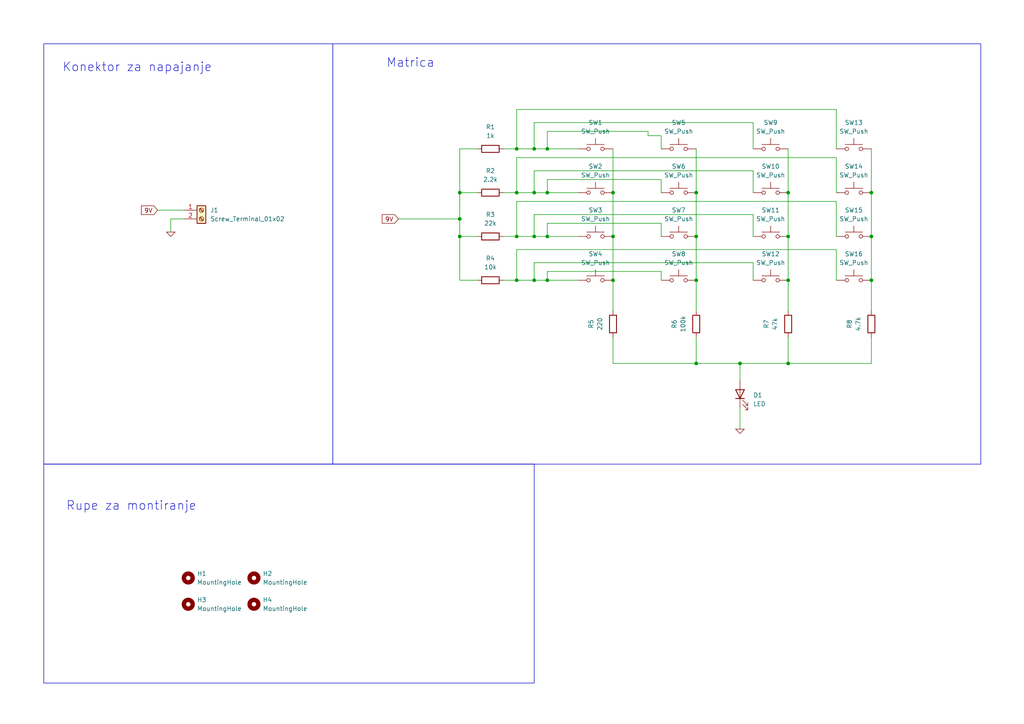
<source format=kicad_sch>
(kicad_sch
	(version 20231120)
	(generator "eeschema")
	(generator_version "8.0")
	(uuid "4bec5ddf-adbf-41fb-a069-c7630bb0044a")
	(paper "A4")
	(lib_symbols
		(symbol "Connector:Screw_Terminal_01x02"
			(pin_names
				(offset 1.016) hide)
			(exclude_from_sim no)
			(in_bom yes)
			(on_board yes)
			(property "Reference" "J"
				(at 0 2.54 0)
				(effects
					(font
						(size 1.27 1.27)
					)
				)
			)
			(property "Value" "Screw_Terminal_01x02"
				(at 0 -5.08 0)
				(effects
					(font
						(size 1.27 1.27)
					)
				)
			)
			(property "Footprint" ""
				(at 0 0 0)
				(effects
					(font
						(size 1.27 1.27)
					)
					(hide yes)
				)
			)
			(property "Datasheet" "~"
				(at 0 0 0)
				(effects
					(font
						(size 1.27 1.27)
					)
					(hide yes)
				)
			)
			(property "Description" "Generic screw terminal, single row, 01x02, script generated (kicad-library-utils/schlib/autogen/connector/)"
				(at 0 0 0)
				(effects
					(font
						(size 1.27 1.27)
					)
					(hide yes)
				)
			)
			(property "ki_keywords" "screw terminal"
				(at 0 0 0)
				(effects
					(font
						(size 1.27 1.27)
					)
					(hide yes)
				)
			)
			(property "ki_fp_filters" "TerminalBlock*:*"
				(at 0 0 0)
				(effects
					(font
						(size 1.27 1.27)
					)
					(hide yes)
				)
			)
			(symbol "Screw_Terminal_01x02_1_1"
				(rectangle
					(start -1.27 1.27)
					(end 1.27 -3.81)
					(stroke
						(width 0.254)
						(type default)
					)
					(fill
						(type background)
					)
				)
				(circle
					(center 0 -2.54)
					(radius 0.635)
					(stroke
						(width 0.1524)
						(type default)
					)
					(fill
						(type none)
					)
				)
				(polyline
					(pts
						(xy -0.5334 -2.2098) (xy 0.3302 -3.048)
					)
					(stroke
						(width 0.1524)
						(type default)
					)
					(fill
						(type none)
					)
				)
				(polyline
					(pts
						(xy -0.5334 0.3302) (xy 0.3302 -0.508)
					)
					(stroke
						(width 0.1524)
						(type default)
					)
					(fill
						(type none)
					)
				)
				(polyline
					(pts
						(xy -0.3556 -2.032) (xy 0.508 -2.8702)
					)
					(stroke
						(width 0.1524)
						(type default)
					)
					(fill
						(type none)
					)
				)
				(polyline
					(pts
						(xy -0.3556 0.508) (xy 0.508 -0.3302)
					)
					(stroke
						(width 0.1524)
						(type default)
					)
					(fill
						(type none)
					)
				)
				(circle
					(center 0 0)
					(radius 0.635)
					(stroke
						(width 0.1524)
						(type default)
					)
					(fill
						(type none)
					)
				)
				(pin passive line
					(at -5.08 0 0)
					(length 3.81)
					(name "Pin_1"
						(effects
							(font
								(size 1.27 1.27)
							)
						)
					)
					(number "1"
						(effects
							(font
								(size 1.27 1.27)
							)
						)
					)
				)
				(pin passive line
					(at -5.08 -2.54 0)
					(length 3.81)
					(name "Pin_2"
						(effects
							(font
								(size 1.27 1.27)
							)
						)
					)
					(number "2"
						(effects
							(font
								(size 1.27 1.27)
							)
						)
					)
				)
			)
		)
		(symbol "Device:LED"
			(pin_numbers hide)
			(pin_names
				(offset 1.016) hide)
			(exclude_from_sim no)
			(in_bom yes)
			(on_board yes)
			(property "Reference" "D"
				(at 0 2.54 0)
				(effects
					(font
						(size 1.27 1.27)
					)
				)
			)
			(property "Value" "LED"
				(at 0 -2.54 0)
				(effects
					(font
						(size 1.27 1.27)
					)
				)
			)
			(property "Footprint" ""
				(at 0 0 0)
				(effects
					(font
						(size 1.27 1.27)
					)
					(hide yes)
				)
			)
			(property "Datasheet" "~"
				(at 0 0 0)
				(effects
					(font
						(size 1.27 1.27)
					)
					(hide yes)
				)
			)
			(property "Description" "Light emitting diode"
				(at 0 0 0)
				(effects
					(font
						(size 1.27 1.27)
					)
					(hide yes)
				)
			)
			(property "ki_keywords" "LED diode"
				(at 0 0 0)
				(effects
					(font
						(size 1.27 1.27)
					)
					(hide yes)
				)
			)
			(property "ki_fp_filters" "LED* LED_SMD:* LED_THT:*"
				(at 0 0 0)
				(effects
					(font
						(size 1.27 1.27)
					)
					(hide yes)
				)
			)
			(symbol "LED_0_1"
				(polyline
					(pts
						(xy -1.27 -1.27) (xy -1.27 1.27)
					)
					(stroke
						(width 0.254)
						(type default)
					)
					(fill
						(type none)
					)
				)
				(polyline
					(pts
						(xy -1.27 0) (xy 1.27 0)
					)
					(stroke
						(width 0)
						(type default)
					)
					(fill
						(type none)
					)
				)
				(polyline
					(pts
						(xy 1.27 -1.27) (xy 1.27 1.27) (xy -1.27 0) (xy 1.27 -1.27)
					)
					(stroke
						(width 0.254)
						(type default)
					)
					(fill
						(type none)
					)
				)
				(polyline
					(pts
						(xy -3.048 -0.762) (xy -4.572 -2.286) (xy -3.81 -2.286) (xy -4.572 -2.286) (xy -4.572 -1.524)
					)
					(stroke
						(width 0)
						(type default)
					)
					(fill
						(type none)
					)
				)
				(polyline
					(pts
						(xy -1.778 -0.762) (xy -3.302 -2.286) (xy -2.54 -2.286) (xy -3.302 -2.286) (xy -3.302 -1.524)
					)
					(stroke
						(width 0)
						(type default)
					)
					(fill
						(type none)
					)
				)
			)
			(symbol "LED_1_1"
				(pin passive line
					(at -3.81 0 0)
					(length 2.54)
					(name "K"
						(effects
							(font
								(size 1.27 1.27)
							)
						)
					)
					(number "1"
						(effects
							(font
								(size 1.27 1.27)
							)
						)
					)
				)
				(pin passive line
					(at 3.81 0 180)
					(length 2.54)
					(name "A"
						(effects
							(font
								(size 1.27 1.27)
							)
						)
					)
					(number "2"
						(effects
							(font
								(size 1.27 1.27)
							)
						)
					)
				)
			)
		)
		(symbol "Device:R"
			(pin_numbers hide)
			(pin_names
				(offset 0)
			)
			(exclude_from_sim no)
			(in_bom yes)
			(on_board yes)
			(property "Reference" "R"
				(at 2.032 0 90)
				(effects
					(font
						(size 1.27 1.27)
					)
				)
			)
			(property "Value" "R"
				(at 0 0 90)
				(effects
					(font
						(size 1.27 1.27)
					)
				)
			)
			(property "Footprint" ""
				(at -1.778 0 90)
				(effects
					(font
						(size 1.27 1.27)
					)
					(hide yes)
				)
			)
			(property "Datasheet" "~"
				(at 0 0 0)
				(effects
					(font
						(size 1.27 1.27)
					)
					(hide yes)
				)
			)
			(property "Description" "Resistor"
				(at 0 0 0)
				(effects
					(font
						(size 1.27 1.27)
					)
					(hide yes)
				)
			)
			(property "ki_keywords" "R res resistor"
				(at 0 0 0)
				(effects
					(font
						(size 1.27 1.27)
					)
					(hide yes)
				)
			)
			(property "ki_fp_filters" "R_*"
				(at 0 0 0)
				(effects
					(font
						(size 1.27 1.27)
					)
					(hide yes)
				)
			)
			(symbol "R_0_1"
				(rectangle
					(start -1.016 -2.54)
					(end 1.016 2.54)
					(stroke
						(width 0.254)
						(type default)
					)
					(fill
						(type none)
					)
				)
			)
			(symbol "R_1_1"
				(pin passive line
					(at 0 3.81 270)
					(length 1.27)
					(name "~"
						(effects
							(font
								(size 1.27 1.27)
							)
						)
					)
					(number "1"
						(effects
							(font
								(size 1.27 1.27)
							)
						)
					)
				)
				(pin passive line
					(at 0 -3.81 90)
					(length 1.27)
					(name "~"
						(effects
							(font
								(size 1.27 1.27)
							)
						)
					)
					(number "2"
						(effects
							(font
								(size 1.27 1.27)
							)
						)
					)
				)
			)
		)
		(symbol "Mechanical:MountingHole"
			(pin_names
				(offset 1.016)
			)
			(exclude_from_sim no)
			(in_bom yes)
			(on_board yes)
			(property "Reference" "H"
				(at 0 5.08 0)
				(effects
					(font
						(size 1.27 1.27)
					)
				)
			)
			(property "Value" "MountingHole"
				(at 0 3.175 0)
				(effects
					(font
						(size 1.27 1.27)
					)
				)
			)
			(property "Footprint" ""
				(at 0 0 0)
				(effects
					(font
						(size 1.27 1.27)
					)
					(hide yes)
				)
			)
			(property "Datasheet" "~"
				(at 0 0 0)
				(effects
					(font
						(size 1.27 1.27)
					)
					(hide yes)
				)
			)
			(property "Description" "Mounting Hole without connection"
				(at 0 0 0)
				(effects
					(font
						(size 1.27 1.27)
					)
					(hide yes)
				)
			)
			(property "ki_keywords" "mounting hole"
				(at 0 0 0)
				(effects
					(font
						(size 1.27 1.27)
					)
					(hide yes)
				)
			)
			(property "ki_fp_filters" "MountingHole*"
				(at 0 0 0)
				(effects
					(font
						(size 1.27 1.27)
					)
					(hide yes)
				)
			)
			(symbol "MountingHole_0_1"
				(circle
					(center 0 0)
					(radius 1.27)
					(stroke
						(width 1.27)
						(type default)
					)
					(fill
						(type none)
					)
				)
			)
		)
		(symbol "Simulation_SPICE:0"
			(power)
			(pin_names
				(offset 0)
			)
			(exclude_from_sim no)
			(in_bom yes)
			(on_board yes)
			(property "Reference" "#GND"
				(at 0 -2.54 0)
				(effects
					(font
						(size 1.27 1.27)
					)
					(hide yes)
				)
			)
			(property "Value" "0"
				(at 0 -1.778 0)
				(effects
					(font
						(size 1.27 1.27)
					)
				)
			)
			(property "Footprint" ""
				(at 0 0 0)
				(effects
					(font
						(size 1.27 1.27)
					)
					(hide yes)
				)
			)
			(property "Datasheet" "~"
				(at 0 0 0)
				(effects
					(font
						(size 1.27 1.27)
					)
					(hide yes)
				)
			)
			(property "Description" "0V reference potential for simulation"
				(at 0 0 0)
				(effects
					(font
						(size 1.27 1.27)
					)
					(hide yes)
				)
			)
			(property "ki_keywords" "simulation"
				(at 0 0 0)
				(effects
					(font
						(size 1.27 1.27)
					)
					(hide yes)
				)
			)
			(symbol "0_0_1"
				(polyline
					(pts
						(xy -1.27 0) (xy 0 -1.27) (xy 1.27 0) (xy -1.27 0)
					)
					(stroke
						(width 0)
						(type default)
					)
					(fill
						(type none)
					)
				)
			)
			(symbol "0_1_1"
				(pin power_in line
					(at 0 0 0)
					(length 0) hide
					(name "0"
						(effects
							(font
								(size 1.016 1.016)
							)
						)
					)
					(number "1"
						(effects
							(font
								(size 1.016 1.016)
							)
						)
					)
				)
			)
		)
		(symbol "Switch:SW_Push"
			(pin_numbers hide)
			(pin_names
				(offset 1.016) hide)
			(exclude_from_sim no)
			(in_bom yes)
			(on_board yes)
			(property "Reference" "SW"
				(at 1.27 2.54 0)
				(effects
					(font
						(size 1.27 1.27)
					)
					(justify left)
				)
			)
			(property "Value" "SW_Push"
				(at 0 -1.524 0)
				(effects
					(font
						(size 1.27 1.27)
					)
				)
			)
			(property "Footprint" ""
				(at 0 5.08 0)
				(effects
					(font
						(size 1.27 1.27)
					)
					(hide yes)
				)
			)
			(property "Datasheet" "~"
				(at 0 5.08 0)
				(effects
					(font
						(size 1.27 1.27)
					)
					(hide yes)
				)
			)
			(property "Description" "Push button switch, generic, two pins"
				(at 0 0 0)
				(effects
					(font
						(size 1.27 1.27)
					)
					(hide yes)
				)
			)
			(property "ki_keywords" "switch normally-open pushbutton push-button"
				(at 0 0 0)
				(effects
					(font
						(size 1.27 1.27)
					)
					(hide yes)
				)
			)
			(symbol "SW_Push_0_1"
				(circle
					(center -2.032 0)
					(radius 0.508)
					(stroke
						(width 0)
						(type default)
					)
					(fill
						(type none)
					)
				)
				(polyline
					(pts
						(xy 0 1.27) (xy 0 3.048)
					)
					(stroke
						(width 0)
						(type default)
					)
					(fill
						(type none)
					)
				)
				(polyline
					(pts
						(xy 2.54 1.27) (xy -2.54 1.27)
					)
					(stroke
						(width 0)
						(type default)
					)
					(fill
						(type none)
					)
				)
				(circle
					(center 2.032 0)
					(radius 0.508)
					(stroke
						(width 0)
						(type default)
					)
					(fill
						(type none)
					)
				)
				(pin passive line
					(at -5.08 0 0)
					(length 2.54)
					(name "1"
						(effects
							(font
								(size 1.27 1.27)
							)
						)
					)
					(number "1"
						(effects
							(font
								(size 1.27 1.27)
							)
						)
					)
				)
				(pin passive line
					(at 5.08 0 180)
					(length 2.54)
					(name "2"
						(effects
							(font
								(size 1.27 1.27)
							)
						)
					)
					(number "2"
						(effects
							(font
								(size 1.27 1.27)
							)
						)
					)
				)
			)
		)
	)
	(junction
		(at 228.6 81.28)
		(diameter 0)
		(color 0 0 0 0)
		(uuid "043fc92a-6bf8-40ff-b3e0-72aa405cc5a4")
	)
	(junction
		(at 149.86 43.18)
		(diameter 0)
		(color 0 0 0 0)
		(uuid "0e0cf689-5928-417a-859e-03609f32c042")
	)
	(junction
		(at 201.93 105.41)
		(diameter 0)
		(color 0 0 0 0)
		(uuid "0f953e5e-fead-4acb-9b0d-d7b578351463")
	)
	(junction
		(at 158.75 68.58)
		(diameter 0)
		(color 0 0 0 0)
		(uuid "241e5c58-b849-415d-945c-c29d21e08aba")
	)
	(junction
		(at 158.75 43.18)
		(diameter 0)
		(color 0 0 0 0)
		(uuid "24733192-d4da-4796-9b91-d061fe6f2958")
	)
	(junction
		(at 252.73 55.88)
		(diameter 0)
		(color 0 0 0 0)
		(uuid "2822df5c-d1e3-4a4d-9bbd-06224cca0f4b")
	)
	(junction
		(at 201.93 81.28)
		(diameter 0)
		(color 0 0 0 0)
		(uuid "2d7d7dca-a7ff-40b7-8f61-813fd6978d69")
	)
	(junction
		(at 149.86 68.58)
		(diameter 0)
		(color 0 0 0 0)
		(uuid "3814fc1e-3d6e-4aa5-bfba-b3b7fd892027")
	)
	(junction
		(at 201.93 55.88)
		(diameter 0)
		(color 0 0 0 0)
		(uuid "449b4d2c-fdc9-4122-b8b2-e913d64a6e43")
	)
	(junction
		(at 133.35 68.58)
		(diameter 0)
		(color 0 0 0 0)
		(uuid "4532f8cf-f46e-4fb4-a6b8-c883d6eb448e")
	)
	(junction
		(at 133.35 55.88)
		(diameter 0)
		(color 0 0 0 0)
		(uuid "479fbc8c-4a90-444b-91b7-6c8f4e92bfc0")
	)
	(junction
		(at 154.94 68.58)
		(diameter 0)
		(color 0 0 0 0)
		(uuid "4d7bf8bd-3976-4913-9195-7e03bf64f5df")
	)
	(junction
		(at 154.94 43.18)
		(diameter 0)
		(color 0 0 0 0)
		(uuid "4efb40d8-2e77-4260-8ced-b293c0b7630e")
	)
	(junction
		(at 149.86 81.28)
		(diameter 0)
		(color 0 0 0 0)
		(uuid "57c26088-4050-4cea-bdaa-a1078f4d8332")
	)
	(junction
		(at 158.75 55.88)
		(diameter 0)
		(color 0 0 0 0)
		(uuid "5d3bd45b-268b-4244-bf69-ec8e505961f4")
	)
	(junction
		(at 228.6 105.41)
		(diameter 0)
		(color 0 0 0 0)
		(uuid "68c9fc66-d4d8-489b-9396-4a334c140a1f")
	)
	(junction
		(at 252.73 81.28)
		(diameter 0)
		(color 0 0 0 0)
		(uuid "6bcc633f-71c2-488b-8a78-d975ffe48969")
	)
	(junction
		(at 252.73 68.58)
		(diameter 0)
		(color 0 0 0 0)
		(uuid "6e8af67e-1735-41da-a802-cd656bc488c3")
	)
	(junction
		(at 214.63 105.41)
		(diameter 0)
		(color 0 0 0 0)
		(uuid "861d894b-8ef6-4f6e-b189-dfb2fa35c037")
	)
	(junction
		(at 154.94 55.88)
		(diameter 0)
		(color 0 0 0 0)
		(uuid "925df770-ffd5-44db-92a3-7d6fb56c8a94")
	)
	(junction
		(at 133.35 63.5)
		(diameter 0)
		(color 0 0 0 0)
		(uuid "a9fb7507-7169-49c0-9c0e-36e8a2045a23")
	)
	(junction
		(at 177.8 68.58)
		(diameter 0)
		(color 0 0 0 0)
		(uuid "b051b83f-3aa0-4ca0-9fe1-49a09ed46e66")
	)
	(junction
		(at 228.6 55.88)
		(diameter 0)
		(color 0 0 0 0)
		(uuid "b21c9e02-ab4a-4e30-9f8e-c1b93847f967")
	)
	(junction
		(at 149.86 55.88)
		(diameter 0)
		(color 0 0 0 0)
		(uuid "b651389d-6849-4c5b-bbe7-4bc83bb14702")
	)
	(junction
		(at 158.75 81.28)
		(diameter 0)
		(color 0 0 0 0)
		(uuid "b807673c-df76-484f-ba72-ed39759a9d0a")
	)
	(junction
		(at 177.8 81.28)
		(diameter 0)
		(color 0 0 0 0)
		(uuid "c734006b-2e7d-4207-af7c-91f591fe6769")
	)
	(junction
		(at 228.6 68.58)
		(diameter 0)
		(color 0 0 0 0)
		(uuid "e1f08206-0b2e-4dd8-a034-dc30e686a0f0")
	)
	(junction
		(at 201.93 68.58)
		(diameter 0)
		(color 0 0 0 0)
		(uuid "eac65544-f9a0-4cb7-8feb-aa7dedce5f7d")
	)
	(junction
		(at 154.94 81.28)
		(diameter 0)
		(color 0 0 0 0)
		(uuid "f965b645-7611-482d-9ffb-768982a9d4ae")
	)
	(junction
		(at 177.8 55.88)
		(diameter 0)
		(color 0 0 0 0)
		(uuid "fdbe112e-c26c-4919-845c-8fc1da571a6c")
	)
	(wire
		(pts
			(xy 201.93 43.18) (xy 201.93 55.88)
		)
		(stroke
			(width 0)
			(type default)
		)
		(uuid "017865d4-60c1-453c-af19-f981b62aebfe")
	)
	(wire
		(pts
			(xy 53.34 60.96) (xy 45.72 60.96)
		)
		(stroke
			(width 0)
			(type default)
		)
		(uuid "06e77d78-b596-4196-b8ba-74698069e051")
	)
	(wire
		(pts
			(xy 177.8 105.41) (xy 201.93 105.41)
		)
		(stroke
			(width 0)
			(type default)
		)
		(uuid "08bbb7d0-88f3-4136-b807-777c38162804")
	)
	(wire
		(pts
			(xy 252.73 43.18) (xy 252.73 55.88)
		)
		(stroke
			(width 0)
			(type default)
		)
		(uuid "15acb5dd-3fc6-4995-898a-5653e9a72125")
	)
	(wire
		(pts
			(xy 158.75 38.1) (xy 187.96 38.1)
		)
		(stroke
			(width 0)
			(type default)
		)
		(uuid "19fcb8f0-3f35-46e3-b7a3-764350639f12")
	)
	(wire
		(pts
			(xy 49.53 63.5) (xy 53.34 63.5)
		)
		(stroke
			(width 0)
			(type default)
		)
		(uuid "1b35e3a8-6c0c-4d62-9e5c-042b673f8769")
	)
	(wire
		(pts
			(xy 133.35 63.5) (xy 133.35 68.58)
		)
		(stroke
			(width 0)
			(type default)
		)
		(uuid "1b8a83ff-b72f-4144-8476-ff8857daf4b0")
	)
	(wire
		(pts
			(xy 154.94 35.56) (xy 154.94 43.18)
		)
		(stroke
			(width 0)
			(type default)
		)
		(uuid "1bb43ec5-4664-4b47-a39f-acf3c5d43231")
	)
	(wire
		(pts
			(xy 149.86 72.39) (xy 242.57 72.39)
		)
		(stroke
			(width 0)
			(type default)
		)
		(uuid "1c7db38c-08c3-4800-8a31-40f6a536f4fe")
	)
	(wire
		(pts
			(xy 218.44 68.58) (xy 218.44 62.23)
		)
		(stroke
			(width 0)
			(type default)
		)
		(uuid "1d98c554-a4f0-4efa-ab41-58bc752c60bc")
	)
	(wire
		(pts
			(xy 49.53 63.5) (xy 49.53 67.31)
		)
		(stroke
			(width 0)
			(type default)
		)
		(uuid "1de32d8c-ce72-4bdc-940a-1c9c1186653b")
	)
	(wire
		(pts
			(xy 242.57 43.18) (xy 242.57 31.75)
		)
		(stroke
			(width 0)
			(type default)
		)
		(uuid "1e5d8e24-026c-41fd-8944-58e4ac9abe3b")
	)
	(wire
		(pts
			(xy 154.94 68.58) (xy 158.75 68.58)
		)
		(stroke
			(width 0)
			(type default)
		)
		(uuid "1fbf273f-f848-40d9-88f0-00de52445f26")
	)
	(wire
		(pts
			(xy 154.94 49.53) (xy 218.44 49.53)
		)
		(stroke
			(width 0)
			(type default)
		)
		(uuid "222d5159-2d18-4b98-8df3-1938c0e390aa")
	)
	(wire
		(pts
			(xy 228.6 105.41) (xy 252.73 105.41)
		)
		(stroke
			(width 0)
			(type default)
		)
		(uuid "23ca7f43-9c21-4274-a6d3-3e0d88be1df9")
	)
	(wire
		(pts
			(xy 154.94 55.88) (xy 158.75 55.88)
		)
		(stroke
			(width 0)
			(type default)
		)
		(uuid "24acd9c8-8a9e-4e13-a06b-b09c68806b16")
	)
	(wire
		(pts
			(xy 177.8 81.28) (xy 177.8 90.17)
		)
		(stroke
			(width 0)
			(type default)
		)
		(uuid "2663629a-dd5b-44a0-b811-ad30dcedf769")
	)
	(wire
		(pts
			(xy 133.35 81.28) (xy 138.43 81.28)
		)
		(stroke
			(width 0)
			(type default)
		)
		(uuid "310b4351-4232-4f89-ba0c-e9399b49fcf5")
	)
	(wire
		(pts
			(xy 218.44 62.23) (xy 154.94 62.23)
		)
		(stroke
			(width 0)
			(type default)
		)
		(uuid "33baea36-eaaf-4c4b-9e07-f5b02112f5d4")
	)
	(wire
		(pts
			(xy 187.96 39.37) (xy 191.77 39.37)
		)
		(stroke
			(width 0)
			(type default)
		)
		(uuid "373723c2-e43a-4dd5-a9ab-a08e07900317")
	)
	(wire
		(pts
			(xy 201.93 81.28) (xy 201.93 90.17)
		)
		(stroke
			(width 0)
			(type default)
		)
		(uuid "3cfe3b0b-b456-4b61-8fa3-8c33f9b24bb5")
	)
	(wire
		(pts
			(xy 154.94 43.18) (xy 158.75 43.18)
		)
		(stroke
			(width 0)
			(type default)
		)
		(uuid "3e7b0665-ea1a-4816-acb7-c8ac9d3b5250")
	)
	(wire
		(pts
			(xy 149.86 55.88) (xy 149.86 45.72)
		)
		(stroke
			(width 0)
			(type default)
		)
		(uuid "40a833b9-665b-4f74-84e2-cbba98cfdfe5")
	)
	(wire
		(pts
			(xy 201.93 68.58) (xy 201.93 81.28)
		)
		(stroke
			(width 0)
			(type default)
		)
		(uuid "44c0fedd-d19f-4054-9003-f3903f2020c6")
	)
	(wire
		(pts
			(xy 158.75 81.28) (xy 158.75 78.74)
		)
		(stroke
			(width 0)
			(type default)
		)
		(uuid "44e0a14b-64e6-4d3d-be93-cdf4f954c1dd")
	)
	(wire
		(pts
			(xy 242.57 31.75) (xy 149.86 31.75)
		)
		(stroke
			(width 0)
			(type default)
		)
		(uuid "48002097-ba12-451b-a077-3cd4198cb495")
	)
	(wire
		(pts
			(xy 149.86 81.28) (xy 154.94 81.28)
		)
		(stroke
			(width 0)
			(type default)
		)
		(uuid "4815ce7c-8572-4c55-9905-13075cd7c1b5")
	)
	(wire
		(pts
			(xy 149.86 31.75) (xy 149.86 43.18)
		)
		(stroke
			(width 0)
			(type default)
		)
		(uuid "49283cff-51cb-40bf-bf3b-416e4c1b78ee")
	)
	(wire
		(pts
			(xy 133.35 43.18) (xy 133.35 55.88)
		)
		(stroke
			(width 0)
			(type default)
		)
		(uuid "4d7a951a-d2ff-4262-86b6-b6491edaabcb")
	)
	(wire
		(pts
			(xy 177.8 55.88) (xy 177.8 68.58)
		)
		(stroke
			(width 0)
			(type default)
		)
		(uuid "4fe88bbf-c29e-4338-ad68-50f17769d0bc")
	)
	(wire
		(pts
			(xy 252.73 68.58) (xy 252.73 81.28)
		)
		(stroke
			(width 0)
			(type default)
		)
		(uuid "54b32dc3-a2bf-4649-bf6f-75ba1f67c761")
	)
	(wire
		(pts
			(xy 228.6 81.28) (xy 228.6 90.17)
		)
		(stroke
			(width 0)
			(type default)
		)
		(uuid "573490af-618f-47e4-9696-e4f2b1c00323")
	)
	(wire
		(pts
			(xy 201.93 97.79) (xy 201.93 105.41)
		)
		(stroke
			(width 0)
			(type default)
		)
		(uuid "592ef19c-67f3-41c5-b0b6-c81ba7037028")
	)
	(wire
		(pts
			(xy 252.73 105.41) (xy 252.73 97.79)
		)
		(stroke
			(width 0)
			(type default)
		)
		(uuid "5a3a723b-7600-4a23-8b79-e6a7063aa36e")
	)
	(wire
		(pts
			(xy 191.77 64.77) (xy 158.75 64.77)
		)
		(stroke
			(width 0)
			(type default)
		)
		(uuid "5c0d224b-d157-418e-bf05-9ac60af8a496")
	)
	(wire
		(pts
			(xy 218.44 35.56) (xy 154.94 35.56)
		)
		(stroke
			(width 0)
			(type default)
		)
		(uuid "5d8a24c8-f2ea-4e5f-b7c4-04068196ea9b")
	)
	(wire
		(pts
			(xy 146.05 68.58) (xy 149.86 68.58)
		)
		(stroke
			(width 0)
			(type default)
		)
		(uuid "5e19f360-f24b-4472-a1d7-dc8543a9f4a6")
	)
	(wire
		(pts
			(xy 146.05 81.28) (xy 149.86 81.28)
		)
		(stroke
			(width 0)
			(type default)
		)
		(uuid "650cde6a-1cc9-48a5-9621-f0bcea178276")
	)
	(wire
		(pts
			(xy 242.57 45.72) (xy 242.57 55.88)
		)
		(stroke
			(width 0)
			(type default)
		)
		(uuid "668a3917-ecfb-48d0-9e17-6a3b14c2e3c0")
	)
	(wire
		(pts
			(xy 149.86 58.42) (xy 149.86 68.58)
		)
		(stroke
			(width 0)
			(type default)
		)
		(uuid "6ec02d5b-1b1f-4667-8509-2c2cdd50e1fa")
	)
	(wire
		(pts
			(xy 158.75 43.18) (xy 167.64 43.18)
		)
		(stroke
			(width 0)
			(type default)
		)
		(uuid "6ed98a6d-e3fa-4f1d-8634-f6b45883819b")
	)
	(wire
		(pts
			(xy 149.86 55.88) (xy 154.94 55.88)
		)
		(stroke
			(width 0)
			(type default)
		)
		(uuid "771a8298-f04b-465d-865c-97166d7b537e")
	)
	(wire
		(pts
			(xy 133.35 55.88) (xy 138.43 55.88)
		)
		(stroke
			(width 0)
			(type default)
		)
		(uuid "787b7dd0-c825-4693-8d51-4b4b12f3e00a")
	)
	(wire
		(pts
			(xy 133.35 68.58) (xy 133.35 81.28)
		)
		(stroke
			(width 0)
			(type default)
		)
		(uuid "7a52e73c-9940-4238-ac67-705b7e1469a7")
	)
	(wire
		(pts
			(xy 177.8 68.58) (xy 177.8 81.28)
		)
		(stroke
			(width 0)
			(type default)
		)
		(uuid "7e881fd7-aa10-4d92-9794-997c08c2cd0e")
	)
	(wire
		(pts
			(xy 218.44 43.18) (xy 218.44 35.56)
		)
		(stroke
			(width 0)
			(type default)
		)
		(uuid "878782d4-fb2f-4e1b-a4e7-32fc7e189af3")
	)
	(wire
		(pts
			(xy 158.75 55.88) (xy 158.75 52.07)
		)
		(stroke
			(width 0)
			(type default)
		)
		(uuid "87ac7d7a-8fb9-4ff9-aec2-801aa8f5eb5a")
	)
	(wire
		(pts
			(xy 252.73 81.28) (xy 252.73 90.17)
		)
		(stroke
			(width 0)
			(type default)
		)
		(uuid "8acb8e02-c8a6-4dd3-887c-3e81ebd5cacc")
	)
	(wire
		(pts
			(xy 214.63 105.41) (xy 228.6 105.41)
		)
		(stroke
			(width 0)
			(type default)
		)
		(uuid "8f87cd49-05bf-4204-a38f-eb7465c29023")
	)
	(wire
		(pts
			(xy 149.86 68.58) (xy 154.94 68.58)
		)
		(stroke
			(width 0)
			(type default)
		)
		(uuid "915cddec-e095-4a6c-9142-1170fea612f6")
	)
	(wire
		(pts
			(xy 149.86 45.72) (xy 242.57 45.72)
		)
		(stroke
			(width 0)
			(type default)
		)
		(uuid "962140c1-2c28-4dac-95f8-e59942e09081")
	)
	(wire
		(pts
			(xy 158.75 55.88) (xy 167.64 55.88)
		)
		(stroke
			(width 0)
			(type default)
		)
		(uuid "97e5a7ab-d754-4cf0-b937-a20f74452f24")
	)
	(wire
		(pts
			(xy 201.93 55.88) (xy 201.93 68.58)
		)
		(stroke
			(width 0)
			(type default)
		)
		(uuid "997516a4-db1c-43a0-a01c-e7ee97ce783f")
	)
	(wire
		(pts
			(xy 191.77 68.58) (xy 191.77 64.77)
		)
		(stroke
			(width 0)
			(type default)
		)
		(uuid "9acd5775-ef2c-4069-9016-b8126c659280")
	)
	(wire
		(pts
			(xy 218.44 49.53) (xy 218.44 55.88)
		)
		(stroke
			(width 0)
			(type default)
		)
		(uuid "a04cacb6-6b94-4279-8773-b20e0dacf2fc")
	)
	(wire
		(pts
			(xy 154.94 55.88) (xy 154.94 49.53)
		)
		(stroke
			(width 0)
			(type default)
		)
		(uuid "a4df379c-69ef-4064-ac62-dc1322fe601f")
	)
	(wire
		(pts
			(xy 146.05 55.88) (xy 149.86 55.88)
		)
		(stroke
			(width 0)
			(type default)
		)
		(uuid "a7452100-3ab1-48b9-9cbf-2f7877be14cc")
	)
	(wire
		(pts
			(xy 191.77 39.37) (xy 191.77 43.18)
		)
		(stroke
			(width 0)
			(type default)
		)
		(uuid "ab0c349b-e344-4fe0-b75c-3918fdf90851")
	)
	(wire
		(pts
			(xy 191.77 78.74) (xy 191.77 81.28)
		)
		(stroke
			(width 0)
			(type default)
		)
		(uuid "ab69cb9e-06aa-4c4c-88bc-8e2e5cb0a975")
	)
	(wire
		(pts
			(xy 187.96 38.1) (xy 187.96 39.37)
		)
		(stroke
			(width 0)
			(type default)
		)
		(uuid "aecc66e4-524f-4380-8a34-eae2f2f2b9b3")
	)
	(wire
		(pts
			(xy 158.75 43.18) (xy 158.75 38.1)
		)
		(stroke
			(width 0)
			(type default)
		)
		(uuid "b3fd5455-4e3a-4e63-8206-437302b44497")
	)
	(wire
		(pts
			(xy 138.43 43.18) (xy 133.35 43.18)
		)
		(stroke
			(width 0)
			(type default)
		)
		(uuid "b546a4eb-b74b-4448-8b6e-6e3e8baf3a27")
	)
	(wire
		(pts
			(xy 149.86 43.18) (xy 154.94 43.18)
		)
		(stroke
			(width 0)
			(type default)
		)
		(uuid "b70dce46-497e-4cd3-8568-ae4fd541d495")
	)
	(wire
		(pts
			(xy 228.6 97.79) (xy 228.6 105.41)
		)
		(stroke
			(width 0)
			(type default)
		)
		(uuid "b8c9c557-abf9-4204-935f-9dd10c721922")
	)
	(wire
		(pts
			(xy 133.35 55.88) (xy 133.35 63.5)
		)
		(stroke
			(width 0)
			(type default)
		)
		(uuid "b9d33699-8134-4479-860a-e9d1a49cc546")
	)
	(wire
		(pts
			(xy 242.57 68.58) (xy 242.57 58.42)
		)
		(stroke
			(width 0)
			(type default)
		)
		(uuid "c255aee3-3325-4808-ab2b-9b25c0c47e10")
	)
	(wire
		(pts
			(xy 154.94 81.28) (xy 158.75 81.28)
		)
		(stroke
			(width 0)
			(type default)
		)
		(uuid "c2ab97fb-9b3c-4b08-83ae-e421dee05885")
	)
	(wire
		(pts
			(xy 158.75 64.77) (xy 158.75 68.58)
		)
		(stroke
			(width 0)
			(type default)
		)
		(uuid "c33a19f5-eef8-4829-9d79-7b562f6383d9")
	)
	(wire
		(pts
			(xy 242.57 58.42) (xy 149.86 58.42)
		)
		(stroke
			(width 0)
			(type default)
		)
		(uuid "c847a500-fec2-4ff5-bbdf-801e46bfe66a")
	)
	(wire
		(pts
			(xy 228.6 68.58) (xy 228.6 81.28)
		)
		(stroke
			(width 0)
			(type default)
		)
		(uuid "c9af0e63-7289-4eee-a037-246e761c697c")
	)
	(wire
		(pts
			(xy 154.94 62.23) (xy 154.94 68.58)
		)
		(stroke
			(width 0)
			(type default)
		)
		(uuid "cc34b07b-bf57-4670-a0d2-f7203a17a036")
	)
	(wire
		(pts
			(xy 242.57 72.39) (xy 242.57 81.28)
		)
		(stroke
			(width 0)
			(type default)
		)
		(uuid "cf646ec3-c745-4092-a9c4-db48b636a4f3")
	)
	(wire
		(pts
			(xy 158.75 52.07) (xy 191.77 52.07)
		)
		(stroke
			(width 0)
			(type default)
		)
		(uuid "cf766e0f-832f-4bc1-a4d9-bf3c375ddfe8")
	)
	(wire
		(pts
			(xy 228.6 55.88) (xy 228.6 68.58)
		)
		(stroke
			(width 0)
			(type default)
		)
		(uuid "d1064b1c-941b-412c-98db-fcbf2a18bc70")
	)
	(wire
		(pts
			(xy 149.86 81.28) (xy 149.86 72.39)
		)
		(stroke
			(width 0)
			(type default)
		)
		(uuid "d4312144-6a50-4e14-9b20-05508cead336")
	)
	(wire
		(pts
			(xy 218.44 76.2) (xy 218.44 81.28)
		)
		(stroke
			(width 0)
			(type default)
		)
		(uuid "d58b72be-808b-415d-95ac-c9640d0c5adb")
	)
	(wire
		(pts
			(xy 191.77 52.07) (xy 191.77 55.88)
		)
		(stroke
			(width 0)
			(type default)
		)
		(uuid "d90ddbf9-fbae-4cc6-8f8e-5bfe64564671")
	)
	(wire
		(pts
			(xy 201.93 105.41) (xy 214.63 105.41)
		)
		(stroke
			(width 0)
			(type default)
		)
		(uuid "e2482b63-ab37-4732-a48d-3b4dd6e7245c")
	)
	(wire
		(pts
			(xy 177.8 97.79) (xy 177.8 105.41)
		)
		(stroke
			(width 0)
			(type default)
		)
		(uuid "e45cdada-f928-4e60-9959-9baefeff55b6")
	)
	(wire
		(pts
			(xy 214.63 118.11) (xy 214.63 124.46)
		)
		(stroke
			(width 0)
			(type default)
		)
		(uuid "e59f5fb6-89db-45ee-bea3-6346d3b54efe")
	)
	(wire
		(pts
			(xy 177.8 43.18) (xy 177.8 55.88)
		)
		(stroke
			(width 0)
			(type default)
		)
		(uuid "e6662bd4-20ae-4260-a045-a666576c157d")
	)
	(wire
		(pts
			(xy 154.94 76.2) (xy 218.44 76.2)
		)
		(stroke
			(width 0)
			(type default)
		)
		(uuid "e94516d2-7785-445f-a95c-dad5ff090d3c")
	)
	(wire
		(pts
			(xy 158.75 78.74) (xy 191.77 78.74)
		)
		(stroke
			(width 0)
			(type default)
		)
		(uuid "eaff39df-4294-4738-b1b0-e5bf150a256f")
	)
	(wire
		(pts
			(xy 158.75 81.28) (xy 167.64 81.28)
		)
		(stroke
			(width 0)
			(type default)
		)
		(uuid "ec1ccfb6-6d97-4d6c-b7a6-7933bc8bcb0c")
	)
	(wire
		(pts
			(xy 228.6 43.18) (xy 228.6 55.88)
		)
		(stroke
			(width 0)
			(type default)
		)
		(uuid "ef766f3e-95a2-42cd-8ce8-4cbf19208e8f")
	)
	(wire
		(pts
			(xy 158.75 68.58) (xy 167.64 68.58)
		)
		(stroke
			(width 0)
			(type default)
		)
		(uuid "f27f0ccc-dea9-4a8a-8cee-b261fc265dd0")
	)
	(wire
		(pts
			(xy 252.73 55.88) (xy 252.73 68.58)
		)
		(stroke
			(width 0)
			(type default)
		)
		(uuid "fb64c6a5-8dca-4c1a-b1f3-e4721654da7a")
	)
	(wire
		(pts
			(xy 154.94 81.28) (xy 154.94 76.2)
		)
		(stroke
			(width 0)
			(type default)
		)
		(uuid "fc93d365-ed10-4574-a5af-93784febf2fb")
	)
	(wire
		(pts
			(xy 115.57 63.5) (xy 133.35 63.5)
		)
		(stroke
			(width 0)
			(type default)
		)
		(uuid "fd655de0-0a0b-4207-83e4-2d5c2edb621a")
	)
	(wire
		(pts
			(xy 133.35 68.58) (xy 138.43 68.58)
		)
		(stroke
			(width 0)
			(type default)
		)
		(uuid "fd82cf5c-1f5a-4fc4-a919-8628c1bdcb19")
	)
	(wire
		(pts
			(xy 214.63 105.41) (xy 214.63 110.49)
		)
		(stroke
			(width 0)
			(type default)
		)
		(uuid "fe7eff5a-ecc2-41ff-ae6c-c9777310bd3d")
	)
	(wire
		(pts
			(xy 146.05 43.18) (xy 149.86 43.18)
		)
		(stroke
			(width 0)
			(type default)
		)
		(uuid "feafb89f-3b3b-40a9-82b6-dbd97d5ce939")
	)
	(rectangle
		(start 96.52 12.7)
		(end 284.48 134.62)
		(stroke
			(width 0)
			(type default)
		)
		(fill
			(type none)
		)
		(uuid 03cd5000-10da-43c4-82a6-3086360304e3)
	)
	(rectangle
		(start 12.7 134.62)
		(end 154.94 198.12)
		(stroke
			(width 0)
			(type default)
		)
		(fill
			(type none)
		)
		(uuid 86d56a1c-352a-4cc2-b8f3-b5ad488f6727)
	)
	(rectangle
		(start 12.7 12.7)
		(end 96.52 134.62)
		(stroke
			(width 0)
			(type default)
		)
		(fill
			(type none)
		)
		(uuid b60742d6-04ae-456f-a61a-36487bba99e0)
	)
	(text "Rupe za montiranje"
		(exclude_from_sim no)
		(at 38.1 146.812 0)
		(effects
			(font
				(size 2.54 2.54)
			)
		)
		(uuid "8b85f1fe-17d3-4561-b7ad-0a1bf4450b94")
	)
	(text "Konektor za napajanje"
		(exclude_from_sim no)
		(at 18.034 21.082 0)
		(effects
			(font
				(size 2.54 2.54)
			)
			(justify left bottom)
		)
		(uuid "8c6eb94e-1b5f-4465-8c6c-071ba68cbb42")
	)
	(text "Matrica"
		(exclude_from_sim no)
		(at 112.014 19.812 0)
		(effects
			(font
				(size 2.54 2.54)
			)
			(justify left bottom)
		)
		(uuid "a9f6f5a5-6245-43b2-b764-17488f3305c3")
	)
	(global_label "9V"
		(shape input)
		(at 45.72 60.96 180)
		(fields_autoplaced yes)
		(effects
			(font
				(size 1.27 1.27)
			)
			(justify right)
		)
		(uuid "22837f87-180d-4490-8088-d47ae60da761")
		(property "Intersheetrefs" "${INTERSHEET_REFS}"
			(at 40.4367 60.96 0)
			(effects
				(font
					(size 1.27 1.27)
				)
				(justify right)
				(hide yes)
			)
		)
	)
	(global_label "9V"
		(shape input)
		(at 115.57 63.5 180)
		(fields_autoplaced yes)
		(effects
			(font
				(size 1.27 1.27)
			)
			(justify right)
		)
		(uuid "fcea1857-090a-45d0-a572-f92358463316")
		(property "Intersheetrefs" "${INTERSHEET_REFS}"
			(at 110.2867 63.5 0)
			(effects
				(font
					(size 1.27 1.27)
				)
				(justify right)
				(hide yes)
			)
		)
	)
	(symbol
		(lib_id "Device:R")
		(at 201.93 93.98 180)
		(unit 1)
		(exclude_from_sim no)
		(in_bom yes)
		(on_board yes)
		(dnp no)
		(fields_autoplaced yes)
		(uuid "0a8eb440-c093-4d89-85b8-d54ec466858c")
		(property "Reference" "R6"
			(at 195.58 93.98 90)
			(effects
				(font
					(size 1.27 1.27)
				)
			)
		)
		(property "Value" "100k"
			(at 198.12 93.98 90)
			(effects
				(font
					(size 1.27 1.27)
				)
			)
		)
		(property "Footprint" "Resistor_SMD:R_1206_3216Metric_Pad1.30x1.75mm_HandSolder"
			(at 203.708 93.98 90)
			(effects
				(font
					(size 1.27 1.27)
				)
				(hide yes)
			)
		)
		(property "Datasheet" "~"
			(at 201.93 93.98 0)
			(effects
				(font
					(size 1.27 1.27)
				)
				(hide yes)
			)
		)
		(property "Description" ""
			(at 201.93 93.98 0)
			(effects
				(font
					(size 1.27 1.27)
				)
				(hide yes)
			)
		)
		(pin "1"
			(uuid "b8ab4af6-95f9-4f31-910b-49b0604f440e")
		)
		(pin "2"
			(uuid "8d638ee9-759d-4bb1-b286-98a5efe9c13a")
		)
		(instances
			(project "PEP004-V1-matrica_otpornika-finalni"
				(path "/4bec5ddf-adbf-41fb-a069-c7630bb0044a"
					(reference "R6")
					(unit 1)
				)
			)
		)
	)
	(symbol
		(lib_id "Mechanical:MountingHole")
		(at 54.61 175.26 0)
		(unit 1)
		(exclude_from_sim no)
		(in_bom yes)
		(on_board yes)
		(dnp no)
		(fields_autoplaced yes)
		(uuid "0c3764e9-1df8-4553-89ea-56bfbfbc7b81")
		(property "Reference" "H3"
			(at 57.15 173.99 0)
			(effects
				(font
					(size 1.27 1.27)
				)
				(justify left)
			)
		)
		(property "Value" "MountingHole"
			(at 57.15 176.53 0)
			(effects
				(font
					(size 1.27 1.27)
				)
				(justify left)
			)
		)
		(property "Footprint" "MountingHole:MountingHole_3.2mm_M3_ISO14580_Pad_TopBottom"
			(at 54.61 175.26 0)
			(effects
				(font
					(size 1.27 1.27)
				)
				(hide yes)
			)
		)
		(property "Datasheet" "~"
			(at 54.61 175.26 0)
			(effects
				(font
					(size 1.27 1.27)
				)
				(hide yes)
			)
		)
		(property "Description" ""
			(at 54.61 175.26 0)
			(effects
				(font
					(size 1.27 1.27)
				)
				(hide yes)
			)
		)
		(instances
			(project "45x45_template"
				(path "/4bec5ddf-adbf-41fb-a069-c7630bb0044a"
					(reference "H3")
					(unit 1)
				)
			)
		)
	)
	(symbol
		(lib_id "Connector:Screw_Terminal_01x02")
		(at 58.42 60.96 0)
		(unit 1)
		(exclude_from_sim yes)
		(in_bom yes)
		(on_board yes)
		(dnp no)
		(uuid "1078314b-bb36-4fae-b7ff-6d9071ffebe4")
		(property "Reference" "J1"
			(at 60.96 60.96 0)
			(effects
				(font
					(size 1.27 1.27)
				)
				(justify left)
			)
		)
		(property "Value" "Screw_Terminal_01x02"
			(at 60.96 63.5 0)
			(effects
				(font
					(size 1.27 1.27)
				)
				(justify left)
			)
		)
		(property "Footprint" "TerminalBlock_Phoenix:TerminalBlock_Phoenix_MKDS-1,5-2-5.08_1x02_P5.08mm_Horizontal"
			(at 58.42 60.96 0)
			(effects
				(font
					(size 1.27 1.27)
				)
				(hide yes)
			)
		)
		(property "Datasheet" "~"
			(at 58.42 60.96 0)
			(effects
				(font
					(size 1.27 1.27)
				)
				(hide yes)
			)
		)
		(property "Description" ""
			(at 58.42 60.96 0)
			(effects
				(font
					(size 1.27 1.27)
				)
				(hide yes)
			)
		)
		(pin "1"
			(uuid "e172b095-3005-4447-b016-67bb8a9fb719")
		)
		(pin "2"
			(uuid "8bdf0310-e092-40aa-95d8-ee28fafbb789")
		)
		(instances
			(project "PEP004-V1-matrica_otpornika-finalni"
				(path "/4bec5ddf-adbf-41fb-a069-c7630bb0044a"
					(reference "J1")
					(unit 1)
				)
			)
		)
	)
	(symbol
		(lib_id "Switch:SW_Push")
		(at 172.72 55.88 0)
		(unit 1)
		(exclude_from_sim no)
		(in_bom yes)
		(on_board yes)
		(dnp no)
		(fields_autoplaced yes)
		(uuid "111239e2-9d02-4159-ba2b-59f297c7e833")
		(property "Reference" "SW2"
			(at 172.72 48.26 0)
			(effects
				(font
					(size 1.27 1.27)
				)
			)
		)
		(property "Value" "SW_Push"
			(at 172.72 50.8 0)
			(effects
				(font
					(size 1.27 1.27)
				)
			)
		)
		(property "Footprint" "PEP_library:SW_PUSH_6mm_H4.3mm"
			(at 172.72 50.8 0)
			(effects
				(font
					(size 1.27 1.27)
				)
				(hide yes)
			)
		)
		(property "Datasheet" "~"
			(at 172.72 50.8 0)
			(effects
				(font
					(size 1.27 1.27)
				)
				(hide yes)
			)
		)
		(property "Description" "Push button switch, generic, two pins"
			(at 172.72 55.88 0)
			(effects
				(font
					(size 1.27 1.27)
				)
				(hide yes)
			)
		)
		(pin "2"
			(uuid "44e9d7c8-2e0a-4c7a-aad8-28df896af23b")
		)
		(pin "1"
			(uuid "050fc262-c3a3-494f-96e5-378273435839")
		)
		(instances
			(project "PEP004-V1-matrica_otpornika-finalni"
				(path "/4bec5ddf-adbf-41fb-a069-c7630bb0044a"
					(reference "SW2")
					(unit 1)
				)
			)
		)
	)
	(symbol
		(lib_id "Switch:SW_Push")
		(at 196.85 68.58 0)
		(unit 1)
		(exclude_from_sim no)
		(in_bom yes)
		(on_board yes)
		(dnp no)
		(fields_autoplaced yes)
		(uuid "1b5db6d3-3cfa-488d-995d-dca685c3c1c0")
		(property "Reference" "SW7"
			(at 196.85 60.96 0)
			(effects
				(font
					(size 1.27 1.27)
				)
			)
		)
		(property "Value" "SW_Push"
			(at 196.85 63.5 0)
			(effects
				(font
					(size 1.27 1.27)
				)
			)
		)
		(property "Footprint" "PEP_library:SW_PUSH_6mm_H4.3mm"
			(at 196.85 63.5 0)
			(effects
				(font
					(size 1.27 1.27)
				)
				(hide yes)
			)
		)
		(property "Datasheet" "~"
			(at 196.85 63.5 0)
			(effects
				(font
					(size 1.27 1.27)
				)
				(hide yes)
			)
		)
		(property "Description" "Push button switch, generic, two pins"
			(at 196.85 68.58 0)
			(effects
				(font
					(size 1.27 1.27)
				)
				(hide yes)
			)
		)
		(pin "2"
			(uuid "ca51709a-b37c-44d9-a3c1-6720d345fe64")
		)
		(pin "1"
			(uuid "b16724df-2021-4856-ac4d-b9ef11e1e3ca")
		)
		(instances
			(project "PEP004-V1-matrica_otpornika-finalni"
				(path "/4bec5ddf-adbf-41fb-a069-c7630bb0044a"
					(reference "SW7")
					(unit 1)
				)
			)
		)
	)
	(symbol
		(lib_id "Switch:SW_Push")
		(at 247.65 81.28 0)
		(unit 1)
		(exclude_from_sim no)
		(in_bom yes)
		(on_board yes)
		(dnp no)
		(fields_autoplaced yes)
		(uuid "23385bdb-b553-431c-b27f-b882d4e925fe")
		(property "Reference" "SW16"
			(at 247.65 73.66 0)
			(effects
				(font
					(size 1.27 1.27)
				)
			)
		)
		(property "Value" "SW_Push"
			(at 247.65 76.2 0)
			(effects
				(font
					(size 1.27 1.27)
				)
			)
		)
		(property "Footprint" "PEP_library:SW_PUSH_6mm_H4.3mm"
			(at 247.65 76.2 0)
			(effects
				(font
					(size 1.27 1.27)
				)
				(hide yes)
			)
		)
		(property "Datasheet" "~"
			(at 247.65 76.2 0)
			(effects
				(font
					(size 1.27 1.27)
				)
				(hide yes)
			)
		)
		(property "Description" "Push button switch, generic, two pins"
			(at 247.65 81.28 0)
			(effects
				(font
					(size 1.27 1.27)
				)
				(hide yes)
			)
		)
		(pin "2"
			(uuid "6884a256-d41b-4233-a922-d44fdea2b0b9")
		)
		(pin "1"
			(uuid "b91c4fdd-38ea-4c2c-b741-814567bdf589")
		)
		(instances
			(project "PEP004-V1-matrica_otpornika-finalni"
				(path "/4bec5ddf-adbf-41fb-a069-c7630bb0044a"
					(reference "SW16")
					(unit 1)
				)
			)
		)
	)
	(symbol
		(lib_id "Device:R")
		(at 142.24 68.58 90)
		(unit 1)
		(exclude_from_sim no)
		(in_bom yes)
		(on_board yes)
		(dnp no)
		(fields_autoplaced yes)
		(uuid "2994898b-51fb-483b-9912-00c0caf6d4b4")
		(property "Reference" "R3"
			(at 142.24 62.23 90)
			(effects
				(font
					(size 1.27 1.27)
				)
			)
		)
		(property "Value" "22k"
			(at 142.24 64.77 90)
			(effects
				(font
					(size 1.27 1.27)
				)
			)
		)
		(property "Footprint" "Resistor_SMD:R_1206_3216Metric_Pad1.30x1.75mm_HandSolder"
			(at 142.24 70.358 90)
			(effects
				(font
					(size 1.27 1.27)
				)
				(hide yes)
			)
		)
		(property "Datasheet" "~"
			(at 142.24 68.58 0)
			(effects
				(font
					(size 1.27 1.27)
				)
				(hide yes)
			)
		)
		(property "Description" ""
			(at 142.24 68.58 0)
			(effects
				(font
					(size 1.27 1.27)
				)
				(hide yes)
			)
		)
		(pin "1"
			(uuid "e0574841-f332-4488-ab59-dc5d437c3199")
		)
		(pin "2"
			(uuid "e0ae7a06-1591-4057-a0d0-08f264ac571a")
		)
		(instances
			(project "PEP004-V1-matrica_otpornika-finalni"
				(path "/4bec5ddf-adbf-41fb-a069-c7630bb0044a"
					(reference "R3")
					(unit 1)
				)
			)
		)
	)
	(symbol
		(lib_id "Switch:SW_Push")
		(at 196.85 43.18 0)
		(unit 1)
		(exclude_from_sim no)
		(in_bom yes)
		(on_board yes)
		(dnp no)
		(fields_autoplaced yes)
		(uuid "2a7c06a9-3e53-4e81-b484-9865beaef6cb")
		(property "Reference" "SW5"
			(at 196.85 35.56 0)
			(effects
				(font
					(size 1.27 1.27)
				)
			)
		)
		(property "Value" "SW_Push"
			(at 196.85 38.1 0)
			(effects
				(font
					(size 1.27 1.27)
				)
			)
		)
		(property "Footprint" "PEP_library:SW_PUSH_6mm_H4.3mm"
			(at 196.85 38.1 0)
			(effects
				(font
					(size 1.27 1.27)
				)
				(hide yes)
			)
		)
		(property "Datasheet" "~"
			(at 196.85 38.1 0)
			(effects
				(font
					(size 1.27 1.27)
				)
				(hide yes)
			)
		)
		(property "Description" "Push button switch, generic, two pins"
			(at 196.85 43.18 0)
			(effects
				(font
					(size 1.27 1.27)
				)
				(hide yes)
			)
		)
		(pin "2"
			(uuid "40fcefd3-b773-48c1-bc36-fea2ed4d6b1f")
		)
		(pin "1"
			(uuid "c4dc911c-ec16-440f-b666-beebdd22dd3e")
		)
		(instances
			(project "PEP004-V1-matrica_otpornika-finalni"
				(path "/4bec5ddf-adbf-41fb-a069-c7630bb0044a"
					(reference "SW5")
					(unit 1)
				)
			)
		)
	)
	(symbol
		(lib_id "Switch:SW_Push")
		(at 223.52 55.88 0)
		(unit 1)
		(exclude_from_sim no)
		(in_bom yes)
		(on_board yes)
		(dnp no)
		(fields_autoplaced yes)
		(uuid "2bac7edc-0576-43ea-a2ba-18f0657ffbc7")
		(property "Reference" "SW10"
			(at 223.52 48.26 0)
			(effects
				(font
					(size 1.27 1.27)
				)
			)
		)
		(property "Value" "SW_Push"
			(at 223.52 50.8 0)
			(effects
				(font
					(size 1.27 1.27)
				)
			)
		)
		(property "Footprint" "PEP_library:SW_PUSH_6mm_H4.3mm"
			(at 223.52 50.8 0)
			(effects
				(font
					(size 1.27 1.27)
				)
				(hide yes)
			)
		)
		(property "Datasheet" "~"
			(at 223.52 50.8 0)
			(effects
				(font
					(size 1.27 1.27)
				)
				(hide yes)
			)
		)
		(property "Description" "Push button switch, generic, two pins"
			(at 223.52 55.88 0)
			(effects
				(font
					(size 1.27 1.27)
				)
				(hide yes)
			)
		)
		(pin "2"
			(uuid "65fad27e-f737-4312-9c9d-0ff56aa8557f")
		)
		(pin "1"
			(uuid "f151c807-83f4-44d5-8616-a49c43883d99")
		)
		(instances
			(project "PEP004-V1-matrica_otpornika-finalni"
				(path "/4bec5ddf-adbf-41fb-a069-c7630bb0044a"
					(reference "SW10")
					(unit 1)
				)
			)
		)
	)
	(symbol
		(lib_id "Switch:SW_Push")
		(at 223.52 43.18 0)
		(unit 1)
		(exclude_from_sim no)
		(in_bom yes)
		(on_board yes)
		(dnp no)
		(fields_autoplaced yes)
		(uuid "2c208ea6-8df1-4830-b7df-77fc6df1a85f")
		(property "Reference" "SW9"
			(at 223.52 35.56 0)
			(effects
				(font
					(size 1.27 1.27)
				)
			)
		)
		(property "Value" "SW_Push"
			(at 223.52 38.1 0)
			(effects
				(font
					(size 1.27 1.27)
				)
			)
		)
		(property "Footprint" "PEP_library:SW_PUSH_6mm_H4.3mm"
			(at 223.52 38.1 0)
			(effects
				(font
					(size 1.27 1.27)
				)
				(hide yes)
			)
		)
		(property "Datasheet" "~"
			(at 223.52 38.1 0)
			(effects
				(font
					(size 1.27 1.27)
				)
				(hide yes)
			)
		)
		(property "Description" "Push button switch, generic, two pins"
			(at 223.52 43.18 0)
			(effects
				(font
					(size 1.27 1.27)
				)
				(hide yes)
			)
		)
		(pin "2"
			(uuid "9c79f70e-cd71-431b-aaa2-3d159d986ca8")
		)
		(pin "1"
			(uuid "37264111-e3fd-498e-a027-b8b3d153f399")
		)
		(instances
			(project "PEP004-V1-matrica_otpornika-finalni"
				(path "/4bec5ddf-adbf-41fb-a069-c7630bb0044a"
					(reference "SW9")
					(unit 1)
				)
			)
		)
	)
	(symbol
		(lib_id "Simulation_SPICE:0")
		(at 214.63 124.46 0)
		(unit 1)
		(exclude_from_sim no)
		(in_bom yes)
		(on_board yes)
		(dnp no)
		(fields_autoplaced yes)
		(uuid "394884cb-283e-4937-af5d-c77e8024ad2b")
		(property "Reference" "#GND02"
			(at 214.63 127 0)
			(effects
				(font
					(size 1.27 1.27)
				)
				(hide yes)
			)
		)
		(property "Value" "0"
			(at 214.63 121.92 0)
			(effects
				(font
					(size 1.27 1.27)
				)
				(hide yes)
			)
		)
		(property "Footprint" ""
			(at 214.63 124.46 0)
			(effects
				(font
					(size 1.27 1.27)
				)
				(hide yes)
			)
		)
		(property "Datasheet" "~"
			(at 214.63 124.46 0)
			(effects
				(font
					(size 1.27 1.27)
				)
				(hide yes)
			)
		)
		(property "Description" ""
			(at 214.63 124.46 0)
			(effects
				(font
					(size 1.27 1.27)
				)
				(hide yes)
			)
		)
		(pin "1"
			(uuid "8d0c432f-bf78-4c30-90e1-8942baab0bc0")
		)
		(instances
			(project "PEP004-V1-matrica_otpornika-finalni"
				(path "/4bec5ddf-adbf-41fb-a069-c7630bb0044a"
					(reference "#GND02")
					(unit 1)
				)
			)
		)
	)
	(symbol
		(lib_id "Switch:SW_Push")
		(at 196.85 55.88 0)
		(unit 1)
		(exclude_from_sim no)
		(in_bom yes)
		(on_board yes)
		(dnp no)
		(fields_autoplaced yes)
		(uuid "4f4be62c-a0de-427a-814e-d0e5eba9fa9d")
		(property "Reference" "SW6"
			(at 196.85 48.26 0)
			(effects
				(font
					(size 1.27 1.27)
				)
			)
		)
		(property "Value" "SW_Push"
			(at 196.85 50.8 0)
			(effects
				(font
					(size 1.27 1.27)
				)
			)
		)
		(property "Footprint" "PEP_library:SW_PUSH_6mm_H4.3mm"
			(at 196.85 50.8 0)
			(effects
				(font
					(size 1.27 1.27)
				)
				(hide yes)
			)
		)
		(property "Datasheet" "~"
			(at 196.85 50.8 0)
			(effects
				(font
					(size 1.27 1.27)
				)
				(hide yes)
			)
		)
		(property "Description" "Push button switch, generic, two pins"
			(at 196.85 55.88 0)
			(effects
				(font
					(size 1.27 1.27)
				)
				(hide yes)
			)
		)
		(pin "2"
			(uuid "43ec0d16-3062-4bd8-bef8-89ecd0a0ac60")
		)
		(pin "1"
			(uuid "b2e564fc-6dcc-4dfd-a8b4-c5f98a736609")
		)
		(instances
			(project "PEP004-V1-matrica_otpornika-finalni"
				(path "/4bec5ddf-adbf-41fb-a069-c7630bb0044a"
					(reference "SW6")
					(unit 1)
				)
			)
		)
	)
	(symbol
		(lib_id "Switch:SW_Push")
		(at 247.65 43.18 0)
		(unit 1)
		(exclude_from_sim no)
		(in_bom yes)
		(on_board yes)
		(dnp no)
		(fields_autoplaced yes)
		(uuid "5dbb94d0-41f4-4d11-aba4-a20011d79cb1")
		(property "Reference" "SW13"
			(at 247.65 35.56 0)
			(effects
				(font
					(size 1.27 1.27)
				)
			)
		)
		(property "Value" "SW_Push"
			(at 247.65 38.1 0)
			(effects
				(font
					(size 1.27 1.27)
				)
			)
		)
		(property "Footprint" "PEP_library:SW_PUSH_6mm_H4.3mm"
			(at 247.65 38.1 0)
			(effects
				(font
					(size 1.27 1.27)
				)
				(hide yes)
			)
		)
		(property "Datasheet" "~"
			(at 247.65 38.1 0)
			(effects
				(font
					(size 1.27 1.27)
				)
				(hide yes)
			)
		)
		(property "Description" "Push button switch, generic, two pins"
			(at 247.65 43.18 0)
			(effects
				(font
					(size 1.27 1.27)
				)
				(hide yes)
			)
		)
		(pin "2"
			(uuid "fc1777d3-bc89-4d2c-8831-a20b92703bf1")
		)
		(pin "1"
			(uuid "bfa1e22b-2d5a-4955-b827-79e14605f6ab")
		)
		(instances
			(project "PEP004-V1-matrica_otpornika-finalni"
				(path "/4bec5ddf-adbf-41fb-a069-c7630bb0044a"
					(reference "SW13")
					(unit 1)
				)
			)
		)
	)
	(symbol
		(lib_id "Switch:SW_Push")
		(at 172.72 81.28 0)
		(unit 1)
		(exclude_from_sim no)
		(in_bom yes)
		(on_board yes)
		(dnp no)
		(fields_autoplaced yes)
		(uuid "676209ae-f01e-4f22-a779-5acf4cb21b37")
		(property "Reference" "SW4"
			(at 172.72 73.66 0)
			(effects
				(font
					(size 1.27 1.27)
				)
			)
		)
		(property "Value" "SW_Push"
			(at 172.72 76.2 0)
			(effects
				(font
					(size 1.27 1.27)
				)
			)
		)
		(property "Footprint" "PEP_library:SW_PUSH_6mm_H4.3mm"
			(at 172.72 76.2 0)
			(effects
				(font
					(size 1.27 1.27)
				)
				(hide yes)
			)
		)
		(property "Datasheet" "~"
			(at 172.72 76.2 0)
			(effects
				(font
					(size 1.27 1.27)
				)
				(hide yes)
			)
		)
		(property "Description" "Push button switch, generic, two pins"
			(at 172.72 81.28 0)
			(effects
				(font
					(size 1.27 1.27)
				)
				(hide yes)
			)
		)
		(pin "2"
			(uuid "21c8c45a-75c4-44af-b8af-5039534c0cd9")
		)
		(pin "1"
			(uuid "ec06b463-f1c7-4bf7-b711-11df907d343a")
		)
		(instances
			(project "PEP004-V1-matrica_otpornika-finalni"
				(path "/4bec5ddf-adbf-41fb-a069-c7630bb0044a"
					(reference "SW4")
					(unit 1)
				)
			)
		)
	)
	(symbol
		(lib_id "Mechanical:MountingHole")
		(at 73.66 167.64 0)
		(unit 1)
		(exclude_from_sim no)
		(in_bom yes)
		(on_board yes)
		(dnp no)
		(fields_autoplaced yes)
		(uuid "7380b1a0-f8b2-466b-b83a-f01ec9a63e25")
		(property "Reference" "H2"
			(at 76.2 166.37 0)
			(effects
				(font
					(size 1.27 1.27)
				)
				(justify left)
			)
		)
		(property "Value" "MountingHole"
			(at 76.2 168.91 0)
			(effects
				(font
					(size 1.27 1.27)
				)
				(justify left)
			)
		)
		(property "Footprint" "MountingHole:MountingHole_3.2mm_M3_ISO14580_Pad_TopBottom"
			(at 73.66 167.64 0)
			(effects
				(font
					(size 1.27 1.27)
				)
				(hide yes)
			)
		)
		(property "Datasheet" "~"
			(at 73.66 167.64 0)
			(effects
				(font
					(size 1.27 1.27)
				)
				(hide yes)
			)
		)
		(property "Description" ""
			(at 73.66 167.64 0)
			(effects
				(font
					(size 1.27 1.27)
				)
				(hide yes)
			)
		)
		(instances
			(project "45x45_template"
				(path "/4bec5ddf-adbf-41fb-a069-c7630bb0044a"
					(reference "H2")
					(unit 1)
				)
			)
		)
	)
	(symbol
		(lib_id "Device:R")
		(at 142.24 55.88 90)
		(unit 1)
		(exclude_from_sim no)
		(in_bom yes)
		(on_board yes)
		(dnp no)
		(fields_autoplaced yes)
		(uuid "775954e0-0e2f-451d-ba60-52f8d89086d7")
		(property "Reference" "R2"
			(at 142.24 49.53 90)
			(effects
				(font
					(size 1.27 1.27)
				)
			)
		)
		(property "Value" "2.2k"
			(at 142.24 52.07 90)
			(effects
				(font
					(size 1.27 1.27)
				)
			)
		)
		(property "Footprint" "Resistor_SMD:R_1206_3216Metric_Pad1.30x1.75mm_HandSolder"
			(at 142.24 57.658 90)
			(effects
				(font
					(size 1.27 1.27)
				)
				(hide yes)
			)
		)
		(property "Datasheet" "~"
			(at 142.24 55.88 0)
			(effects
				(font
					(size 1.27 1.27)
				)
				(hide yes)
			)
		)
		(property "Description" ""
			(at 142.24 55.88 0)
			(effects
				(font
					(size 1.27 1.27)
				)
				(hide yes)
			)
		)
		(pin "1"
			(uuid "5448b5db-5c76-49d1-aacf-c1f63d89268b")
		)
		(pin "2"
			(uuid "2660c437-deb1-4b2d-b61b-0fb5d2b9496a")
		)
		(instances
			(project "PEP004-V1-matrica_otpornika-finalni"
				(path "/4bec5ddf-adbf-41fb-a069-c7630bb0044a"
					(reference "R2")
					(unit 1)
				)
			)
		)
	)
	(symbol
		(lib_id "Switch:SW_Push")
		(at 172.72 68.58 0)
		(unit 1)
		(exclude_from_sim no)
		(in_bom yes)
		(on_board yes)
		(dnp no)
		(fields_autoplaced yes)
		(uuid "7bab4458-7dc7-4af0-bb94-d7d147f6ac4f")
		(property "Reference" "SW3"
			(at 172.72 60.96 0)
			(effects
				(font
					(size 1.27 1.27)
				)
			)
		)
		(property "Value" "SW_Push"
			(at 172.72 63.5 0)
			(effects
				(font
					(size 1.27 1.27)
				)
			)
		)
		(property "Footprint" "PEP_library:SW_PUSH_6mm_H4.3mm"
			(at 172.72 63.5 0)
			(effects
				(font
					(size 1.27 1.27)
				)
				(hide yes)
			)
		)
		(property "Datasheet" "~"
			(at 172.72 63.5 0)
			(effects
				(font
					(size 1.27 1.27)
				)
				(hide yes)
			)
		)
		(property "Description" "Push button switch, generic, two pins"
			(at 172.72 68.58 0)
			(effects
				(font
					(size 1.27 1.27)
				)
				(hide yes)
			)
		)
		(pin "2"
			(uuid "17d5e58e-6cef-4c43-be56-529779d21b05")
		)
		(pin "1"
			(uuid "0f9d8f13-7423-4f9b-8e68-f7bd26c52c1f")
		)
		(instances
			(project "PEP004-V1-matrica_otpornika-finalni"
				(path "/4bec5ddf-adbf-41fb-a069-c7630bb0044a"
					(reference "SW3")
					(unit 1)
				)
			)
		)
	)
	(symbol
		(lib_id "Device:R")
		(at 142.24 43.18 90)
		(unit 1)
		(exclude_from_sim no)
		(in_bom yes)
		(on_board yes)
		(dnp no)
		(fields_autoplaced yes)
		(uuid "80d190f4-7c21-403c-8fd6-e1b68c5a3197")
		(property "Reference" "R1"
			(at 142.24 36.83 90)
			(effects
				(font
					(size 1.27 1.27)
				)
			)
		)
		(property "Value" "1k"
			(at 142.24 39.37 90)
			(effects
				(font
					(size 1.27 1.27)
				)
			)
		)
		(property "Footprint" "Resistor_SMD:R_1206_3216Metric_Pad1.30x1.75mm_HandSolder"
			(at 142.24 44.958 90)
			(effects
				(font
					(size 1.27 1.27)
				)
				(hide yes)
			)
		)
		(property "Datasheet" "~"
			(at 142.24 43.18 0)
			(effects
				(font
					(size 1.27 1.27)
				)
				(hide yes)
			)
		)
		(property "Description" ""
			(at 142.24 43.18 0)
			(effects
				(font
					(size 1.27 1.27)
				)
				(hide yes)
			)
		)
		(pin "1"
			(uuid "00ed0fe8-6dfc-4a4c-b200-143e356b56ab")
		)
		(pin "2"
			(uuid "9fddf4b9-5ead-4896-a551-08a90f09dad2")
		)
		(instances
			(project "PEP004-V1-matrica_otpornika-finalni"
				(path "/4bec5ddf-adbf-41fb-a069-c7630bb0044a"
					(reference "R1")
					(unit 1)
				)
			)
		)
	)
	(symbol
		(lib_id "Device:R")
		(at 177.8 93.98 180)
		(unit 1)
		(exclude_from_sim no)
		(in_bom yes)
		(on_board yes)
		(dnp no)
		(fields_autoplaced yes)
		(uuid "83c815ea-d8c0-44ec-b483-af78d40f7d0d")
		(property "Reference" "R5"
			(at 171.45 93.98 90)
			(effects
				(font
					(size 1.27 1.27)
				)
			)
		)
		(property "Value" "220"
			(at 173.99 93.98 90)
			(effects
				(font
					(size 1.27 1.27)
				)
			)
		)
		(property "Footprint" "Resistor_SMD:R_1206_3216Metric_Pad1.30x1.75mm_HandSolder"
			(at 179.578 93.98 90)
			(effects
				(font
					(size 1.27 1.27)
				)
				(hide yes)
			)
		)
		(property "Datasheet" "~"
			(at 177.8 93.98 0)
			(effects
				(font
					(size 1.27 1.27)
				)
				(hide yes)
			)
		)
		(property "Description" ""
			(at 177.8 93.98 0)
			(effects
				(font
					(size 1.27 1.27)
				)
				(hide yes)
			)
		)
		(pin "1"
			(uuid "8b892596-819b-48c4-bb18-2c8625b28345")
		)
		(pin "2"
			(uuid "734b7236-d47c-4fe8-8180-72913b110428")
		)
		(instances
			(project "PEP004-V1-matrica_otpornika-finalni"
				(path "/4bec5ddf-adbf-41fb-a069-c7630bb0044a"
					(reference "R5")
					(unit 1)
				)
			)
		)
	)
	(symbol
		(lib_id "Mechanical:MountingHole")
		(at 54.61 167.64 0)
		(unit 1)
		(exclude_from_sim no)
		(in_bom yes)
		(on_board yes)
		(dnp no)
		(fields_autoplaced yes)
		(uuid "89b32dda-3684-4232-b25f-42934ae80d4f")
		(property "Reference" "H1"
			(at 57.15 166.37 0)
			(effects
				(font
					(size 1.27 1.27)
				)
				(justify left)
			)
		)
		(property "Value" "MountingHole"
			(at 57.15 168.91 0)
			(effects
				(font
					(size 1.27 1.27)
				)
				(justify left)
			)
		)
		(property "Footprint" "MountingHole:MountingHole_3.2mm_M3_ISO14580_Pad_TopBottom"
			(at 54.61 167.64 0)
			(effects
				(font
					(size 1.27 1.27)
				)
				(hide yes)
			)
		)
		(property "Datasheet" "~"
			(at 54.61 167.64 0)
			(effects
				(font
					(size 1.27 1.27)
				)
				(hide yes)
			)
		)
		(property "Description" ""
			(at 54.61 167.64 0)
			(effects
				(font
					(size 1.27 1.27)
				)
				(hide yes)
			)
		)
		(instances
			(project "45x45_template"
				(path "/4bec5ddf-adbf-41fb-a069-c7630bb0044a"
					(reference "H1")
					(unit 1)
				)
			)
		)
	)
	(symbol
		(lib_id "Device:LED")
		(at 214.63 114.3 90)
		(unit 1)
		(exclude_from_sim no)
		(in_bom yes)
		(on_board yes)
		(dnp no)
		(fields_autoplaced yes)
		(uuid "95d44d84-6988-4223-8bff-a8bfc951303e")
		(property "Reference" "D1"
			(at 218.44 114.6175 90)
			(effects
				(font
					(size 1.27 1.27)
				)
				(justify right)
			)
		)
		(property "Value" "LED"
			(at 218.44 117.1575 90)
			(effects
				(font
					(size 1.27 1.27)
				)
				(justify right)
			)
		)
		(property "Footprint" "LED_SMD:LED_1206_3216Metric_Pad1.42x1.75mm_HandSolder"
			(at 214.63 114.3 0)
			(effects
				(font
					(size 1.27 1.27)
				)
				(hide yes)
			)
		)
		(property "Datasheet" "~"
			(at 214.63 114.3 0)
			(effects
				(font
					(size 1.27 1.27)
				)
				(hide yes)
			)
		)
		(property "Description" ""
			(at 214.63 114.3 0)
			(effects
				(font
					(size 1.27 1.27)
				)
				(hide yes)
			)
		)
		(pin "1"
			(uuid "ae6aa464-6ed5-4ca6-afd0-69aaefd17c07")
		)
		(pin "2"
			(uuid "17ba0c76-bdbf-4902-876f-168a17b831cb")
		)
		(instances
			(project "PEP004-V1-matrica_otpornika-finalni"
				(path "/4bec5ddf-adbf-41fb-a069-c7630bb0044a"
					(reference "D1")
					(unit 1)
				)
			)
		)
	)
	(symbol
		(lib_id "Switch:SW_Push")
		(at 196.85 81.28 0)
		(unit 1)
		(exclude_from_sim no)
		(in_bom yes)
		(on_board yes)
		(dnp no)
		(fields_autoplaced yes)
		(uuid "9b6adbc5-f8ba-40fc-a87e-3cb713169954")
		(property "Reference" "SW8"
			(at 196.85 73.66 0)
			(effects
				(font
					(size 1.27 1.27)
				)
			)
		)
		(property "Value" "SW_Push"
			(at 196.85 76.2 0)
			(effects
				(font
					(size 1.27 1.27)
				)
			)
		)
		(property "Footprint" "PEP_library:SW_PUSH_6mm_H4.3mm"
			(at 196.85 76.2 0)
			(effects
				(font
					(size 1.27 1.27)
				)
				(hide yes)
			)
		)
		(property "Datasheet" "~"
			(at 196.85 76.2 0)
			(effects
				(font
					(size 1.27 1.27)
				)
				(hide yes)
			)
		)
		(property "Description" "Push button switch, generic, two pins"
			(at 196.85 81.28 0)
			(effects
				(font
					(size 1.27 1.27)
				)
				(hide yes)
			)
		)
		(pin "2"
			(uuid "3757ff58-3076-4b41-b648-81525cc4c0ab")
		)
		(pin "1"
			(uuid "ee167fa9-cad0-433b-ad9c-d78cd1e635bd")
		)
		(instances
			(project "PEP004-V1-matrica_otpornika-finalni"
				(path "/4bec5ddf-adbf-41fb-a069-c7630bb0044a"
					(reference "SW8")
					(unit 1)
				)
			)
		)
	)
	(symbol
		(lib_id "Mechanical:MountingHole")
		(at 73.66 175.26 0)
		(unit 1)
		(exclude_from_sim no)
		(in_bom yes)
		(on_board yes)
		(dnp no)
		(fields_autoplaced yes)
		(uuid "a659e5e8-81b3-4c67-aafb-95f68da7b68f")
		(property "Reference" "H4"
			(at 76.2 173.99 0)
			(effects
				(font
					(size 1.27 1.27)
				)
				(justify left)
			)
		)
		(property "Value" "MountingHole"
			(at 76.2 176.53 0)
			(effects
				(font
					(size 1.27 1.27)
				)
				(justify left)
			)
		)
		(property "Footprint" "MountingHole:MountingHole_3.2mm_M3_ISO14580_Pad_TopBottom"
			(at 73.66 175.26 0)
			(effects
				(font
					(size 1.27 1.27)
				)
				(hide yes)
			)
		)
		(property "Datasheet" "~"
			(at 73.66 175.26 0)
			(effects
				(font
					(size 1.27 1.27)
				)
				(hide yes)
			)
		)
		(property "Description" ""
			(at 73.66 175.26 0)
			(effects
				(font
					(size 1.27 1.27)
				)
				(hide yes)
			)
		)
		(instances
			(project "45x45_template"
				(path "/4bec5ddf-adbf-41fb-a069-c7630bb0044a"
					(reference "H4")
					(unit 1)
				)
			)
		)
	)
	(symbol
		(lib_id "Switch:SW_Push")
		(at 247.65 55.88 0)
		(unit 1)
		(exclude_from_sim no)
		(in_bom yes)
		(on_board yes)
		(dnp no)
		(fields_autoplaced yes)
		(uuid "ac71767b-c043-4ace-8a8a-68f103cdb8a3")
		(property "Reference" "SW14"
			(at 247.65 48.26 0)
			(effects
				(font
					(size 1.27 1.27)
				)
			)
		)
		(property "Value" "SW_Push"
			(at 247.65 50.8 0)
			(effects
				(font
					(size 1.27 1.27)
				)
			)
		)
		(property "Footprint" "PEP_library:SW_PUSH_6mm_H4.3mm"
			(at 247.65 50.8 0)
			(effects
				(font
					(size 1.27 1.27)
				)
				(hide yes)
			)
		)
		(property "Datasheet" "~"
			(at 247.65 50.8 0)
			(effects
				(font
					(size 1.27 1.27)
				)
				(hide yes)
			)
		)
		(property "Description" "Push button switch, generic, two pins"
			(at 247.65 55.88 0)
			(effects
				(font
					(size 1.27 1.27)
				)
				(hide yes)
			)
		)
		(pin "2"
			(uuid "327fa7ea-1947-491c-a5ce-244b54ff4965")
		)
		(pin "1"
			(uuid "2350e454-5ea8-40c5-ba12-41adca3e1891")
		)
		(instances
			(project "PEP004-V1-matrica_otpornika-finalni"
				(path "/4bec5ddf-adbf-41fb-a069-c7630bb0044a"
					(reference "SW14")
					(unit 1)
				)
			)
		)
	)
	(symbol
		(lib_id "Simulation_SPICE:0")
		(at 49.53 67.31 0)
		(unit 1)
		(exclude_from_sim no)
		(in_bom yes)
		(on_board yes)
		(dnp no)
		(fields_autoplaced yes)
		(uuid "b1e8163e-606d-4d39-964e-c196bfcab3ee")
		(property "Reference" "#GND01"
			(at 49.53 69.85 0)
			(effects
				(font
					(size 1.27 1.27)
				)
				(hide yes)
			)
		)
		(property "Value" "0"
			(at 49.53 64.77 0)
			(effects
				(font
					(size 1.27 1.27)
				)
				(hide yes)
			)
		)
		(property "Footprint" ""
			(at 49.53 67.31 0)
			(effects
				(font
					(size 1.27 1.27)
				)
				(hide yes)
			)
		)
		(property "Datasheet" "~"
			(at 49.53 67.31 0)
			(effects
				(font
					(size 1.27 1.27)
				)
				(hide yes)
			)
		)
		(property "Description" ""
			(at 49.53 67.31 0)
			(effects
				(font
					(size 1.27 1.27)
				)
				(hide yes)
			)
		)
		(pin "1"
			(uuid "46131230-a31c-4f0a-a7b8-e1c6a6516bec")
		)
		(instances
			(project "PEP004-V1-matrica_otpornika-finalni"
				(path "/4bec5ddf-adbf-41fb-a069-c7630bb0044a"
					(reference "#GND01")
					(unit 1)
				)
			)
		)
	)
	(symbol
		(lib_id "Device:R")
		(at 252.73 93.98 180)
		(unit 1)
		(exclude_from_sim no)
		(in_bom yes)
		(on_board yes)
		(dnp no)
		(fields_autoplaced yes)
		(uuid "b2b014b7-ad70-45e1-a63a-8c06ac40905f")
		(property "Reference" "R8"
			(at 246.38 93.98 90)
			(effects
				(font
					(size 1.27 1.27)
				)
			)
		)
		(property "Value" "4.7k"
			(at 248.92 93.98 90)
			(effects
				(font
					(size 1.27 1.27)
				)
			)
		)
		(property "Footprint" "Resistor_SMD:R_1206_3216Metric_Pad1.30x1.75mm_HandSolder"
			(at 254.508 93.98 90)
			(effects
				(font
					(size 1.27 1.27)
				)
				(hide yes)
			)
		)
		(property "Datasheet" "~"
			(at 252.73 93.98 0)
			(effects
				(font
					(size 1.27 1.27)
				)
				(hide yes)
			)
		)
		(property "Description" ""
			(at 252.73 93.98 0)
			(effects
				(font
					(size 1.27 1.27)
				)
				(hide yes)
			)
		)
		(pin "1"
			(uuid "7c0df056-a355-47a9-9797-8ec4eca53f84")
		)
		(pin "2"
			(uuid "bc5b3b25-d495-419b-bd59-2d0bcdcafee5")
		)
		(instances
			(project "PEP004-V1-matrica_otpornika-finalni"
				(path "/4bec5ddf-adbf-41fb-a069-c7630bb0044a"
					(reference "R8")
					(unit 1)
				)
			)
		)
	)
	(symbol
		(lib_id "Device:R")
		(at 228.6 93.98 180)
		(unit 1)
		(exclude_from_sim no)
		(in_bom yes)
		(on_board yes)
		(dnp no)
		(fields_autoplaced yes)
		(uuid "c34c2a34-e2be-412d-aac9-61984bf0a7bd")
		(property "Reference" "R7"
			(at 222.25 93.98 90)
			(effects
				(font
					(size 1.27 1.27)
				)
			)
		)
		(property "Value" "47k"
			(at 224.79 93.98 90)
			(effects
				(font
					(size 1.27 1.27)
				)
			)
		)
		(property "Footprint" "Resistor_SMD:R_1206_3216Metric_Pad1.30x1.75mm_HandSolder"
			(at 230.378 93.98 90)
			(effects
				(font
					(size 1.27 1.27)
				)
				(hide yes)
			)
		)
		(property "Datasheet" "~"
			(at 228.6 93.98 0)
			(effects
				(font
					(size 1.27 1.27)
				)
				(hide yes)
			)
		)
		(property "Description" ""
			(at 228.6 93.98 0)
			(effects
				(font
					(size 1.27 1.27)
				)
				(hide yes)
			)
		)
		(pin "1"
			(uuid "08234733-766a-4dc1-8bda-96052af53283")
		)
		(pin "2"
			(uuid "324aea00-569a-4842-93d8-dc890f584f15")
		)
		(instances
			(project "PEP004-V1-matrica_otpornika-finalni"
				(path "/4bec5ddf-adbf-41fb-a069-c7630bb0044a"
					(reference "R7")
					(unit 1)
				)
			)
		)
	)
	(symbol
		(lib_id "Switch:SW_Push")
		(at 247.65 68.58 0)
		(unit 1)
		(exclude_from_sim no)
		(in_bom yes)
		(on_board yes)
		(dnp no)
		(fields_autoplaced yes)
		(uuid "d9c280a5-f10d-47eb-a4c1-5edc0d315dbf")
		(property "Reference" "SW15"
			(at 247.65 60.96 0)
			(effects
				(font
					(size 1.27 1.27)
				)
			)
		)
		(property "Value" "SW_Push"
			(at 247.65 63.5 0)
			(effects
				(font
					(size 1.27 1.27)
				)
			)
		)
		(property "Footprint" "PEP_library:SW_PUSH_6mm_H4.3mm"
			(at 247.65 63.5 0)
			(effects
				(font
					(size 1.27 1.27)
				)
				(hide yes)
			)
		)
		(property "Datasheet" "~"
			(at 247.65 63.5 0)
			(effects
				(font
					(size 1.27 1.27)
				)
				(hide yes)
			)
		)
		(property "Description" "Push button switch, generic, two pins"
			(at 247.65 68.58 0)
			(effects
				(font
					(size 1.27 1.27)
				)
				(hide yes)
			)
		)
		(pin "2"
			(uuid "5c6ab89d-d3cb-4641-a1be-4e065cbaa953")
		)
		(pin "1"
			(uuid "8f8715c4-9632-4cf0-8ebc-c01728281001")
		)
		(instances
			(project "PEP004-V1-matrica_otpornika-finalni"
				(path "/4bec5ddf-adbf-41fb-a069-c7630bb0044a"
					(reference "SW15")
					(unit 1)
				)
			)
		)
	)
	(symbol
		(lib_id "Switch:SW_Push")
		(at 172.72 43.18 0)
		(unit 1)
		(exclude_from_sim no)
		(in_bom yes)
		(on_board yes)
		(dnp no)
		(fields_autoplaced yes)
		(uuid "e6ea5d1f-9d74-4b53-b41d-745898a4421f")
		(property "Reference" "SW1"
			(at 172.72 35.56 0)
			(effects
				(font
					(size 1.27 1.27)
				)
			)
		)
		(property "Value" "SW_Push"
			(at 172.72 38.1 0)
			(effects
				(font
					(size 1.27 1.27)
				)
			)
		)
		(property "Footprint" "PEP_library:SW_PUSH_6mm_H4.3mm"
			(at 172.72 38.1 0)
			(effects
				(font
					(size 1.27 1.27)
				)
				(hide yes)
			)
		)
		(property "Datasheet" "~"
			(at 172.72 38.1 0)
			(effects
				(font
					(size 1.27 1.27)
				)
				(hide yes)
			)
		)
		(property "Description" "Push button switch, generic, two pins"
			(at 172.72 43.18 0)
			(effects
				(font
					(size 1.27 1.27)
				)
				(hide yes)
			)
		)
		(pin "2"
			(uuid "4f3844b1-ed3d-4f1a-bc14-449db7a3bcab")
		)
		(pin "1"
			(uuid "726b6a70-c5c5-4679-a430-b1667736a9cd")
		)
		(instances
			(project "PEP004-V1-matrica_otpornika-finalni"
				(path "/4bec5ddf-adbf-41fb-a069-c7630bb0044a"
					(reference "SW1")
					(unit 1)
				)
			)
		)
	)
	(symbol
		(lib_id "Switch:SW_Push")
		(at 223.52 68.58 0)
		(unit 1)
		(exclude_from_sim no)
		(in_bom yes)
		(on_board yes)
		(dnp no)
		(fields_autoplaced yes)
		(uuid "eb4632d5-decb-49a3-9bfb-08f8b3727c41")
		(property "Reference" "SW11"
			(at 223.52 60.96 0)
			(effects
				(font
					(size 1.27 1.27)
				)
			)
		)
		(property "Value" "SW_Push"
			(at 223.52 63.5 0)
			(effects
				(font
					(size 1.27 1.27)
				)
			)
		)
		(property "Footprint" "PEP_library:SW_PUSH_6mm_H4.3mm"
			(at 223.52 63.5 0)
			(effects
				(font
					(size 1.27 1.27)
				)
				(hide yes)
			)
		)
		(property "Datasheet" "~"
			(at 223.52 63.5 0)
			(effects
				(font
					(size 1.27 1.27)
				)
				(hide yes)
			)
		)
		(property "Description" "Push button switch, generic, two pins"
			(at 223.52 68.58 0)
			(effects
				(font
					(size 1.27 1.27)
				)
				(hide yes)
			)
		)
		(pin "2"
			(uuid "e8cfe1a2-1bba-4494-a3f2-84db1282c2db")
		)
		(pin "1"
			(uuid "71aed835-6898-48b7-9525-2aa05602ad1e")
		)
		(instances
			(project "PEP004-V1-matrica_otpornika-finalni"
				(path "/4bec5ddf-adbf-41fb-a069-c7630bb0044a"
					(reference "SW11")
					(unit 1)
				)
			)
		)
	)
	(symbol
		(lib_id "Device:R")
		(at 142.24 81.28 90)
		(unit 1)
		(exclude_from_sim no)
		(in_bom yes)
		(on_board yes)
		(dnp no)
		(fields_autoplaced yes)
		(uuid "ed130241-5308-4f1d-882b-dcfe56b64bfa")
		(property "Reference" "R4"
			(at 142.24 74.93 90)
			(effects
				(font
					(size 1.27 1.27)
				)
			)
		)
		(property "Value" "10k"
			(at 142.24 77.47 90)
			(effects
				(font
					(size 1.27 1.27)
				)
			)
		)
		(property "Footprint" "Resistor_SMD:R_1206_3216Metric_Pad1.30x1.75mm_HandSolder"
			(at 142.24 83.058 90)
			(effects
				(font
					(size 1.27 1.27)
				)
				(hide yes)
			)
		)
		(property "Datasheet" "~"
			(at 142.24 81.28 0)
			(effects
				(font
					(size 1.27 1.27)
				)
				(hide yes)
			)
		)
		(property "Description" ""
			(at 142.24 81.28 0)
			(effects
				(font
					(size 1.27 1.27)
				)
				(hide yes)
			)
		)
		(pin "1"
			(uuid "0a91a6bd-7f73-41e6-946a-b54ca80db83d")
		)
		(pin "2"
			(uuid "bab41bc4-631b-4c40-b5fe-3cc470793980")
		)
		(instances
			(project "PEP004-V1-matrica_otpornika-finalni"
				(path "/4bec5ddf-adbf-41fb-a069-c7630bb0044a"
					(reference "R4")
					(unit 1)
				)
			)
		)
	)
	(symbol
		(lib_id "Switch:SW_Push")
		(at 223.52 81.28 0)
		(unit 1)
		(exclude_from_sim no)
		(in_bom yes)
		(on_board yes)
		(dnp no)
		(fields_autoplaced yes)
		(uuid "f12370b7-2c31-44a8-b1cf-80906dc8fbed")
		(property "Reference" "SW12"
			(at 223.52 73.66 0)
			(effects
				(font
					(size 1.27 1.27)
				)
			)
		)
		(property "Value" "SW_Push"
			(at 223.52 76.2 0)
			(effects
				(font
					(size 1.27 1.27)
				)
			)
		)
		(property "Footprint" "PEP_library:SW_PUSH_6mm_H4.3mm"
			(at 223.52 76.2 0)
			(effects
				(font
					(size 1.27 1.27)
				)
				(hide yes)
			)
		)
		(property "Datasheet" "~"
			(at 223.52 76.2 0)
			(effects
				(font
					(size 1.27 1.27)
				)
				(hide yes)
			)
		)
		(property "Description" "Push button switch, generic, two pins"
			(at 223.52 81.28 0)
			(effects
				(font
					(size 1.27 1.27)
				)
				(hide yes)
			)
		)
		(pin "2"
			(uuid "52ceca1f-b119-43b2-a708-3b8a96f215b9")
		)
		(pin "1"
			(uuid "2f76ec0b-123c-4836-881a-de3abcdd7ee4")
		)
		(instances
			(project "PEP004-V1-matrica_otpornika-finalni"
				(path "/4bec5ddf-adbf-41fb-a069-c7630bb0044a"
					(reference "SW12")
					(unit 1)
				)
			)
		)
	)
	(sheet_instances
		(path "/"
			(page "1")
		)
	)
)

</source>
